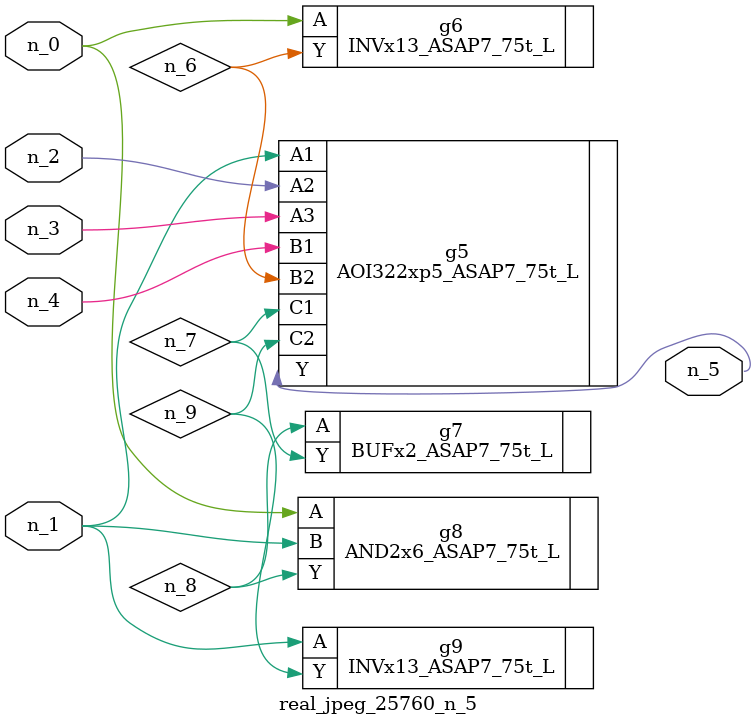
<source format=v>
module real_jpeg_25760_n_5 (n_4, n_0, n_1, n_2, n_3, n_5);

input n_4;
input n_0;
input n_1;
input n_2;
input n_3;

output n_5;

wire n_8;
wire n_6;
wire n_7;
wire n_9;

INVx13_ASAP7_75t_L g6 ( 
.A(n_0),
.Y(n_6)
);

AND2x6_ASAP7_75t_L g8 ( 
.A(n_0),
.B(n_1),
.Y(n_8)
);

AOI322xp5_ASAP7_75t_L g5 ( 
.A1(n_1),
.A2(n_2),
.A3(n_3),
.B1(n_4),
.B2(n_6),
.C1(n_7),
.C2(n_9),
.Y(n_5)
);

INVx13_ASAP7_75t_L g9 ( 
.A(n_1),
.Y(n_9)
);

BUFx2_ASAP7_75t_L g7 ( 
.A(n_8),
.Y(n_7)
);


endmodule
</source>
